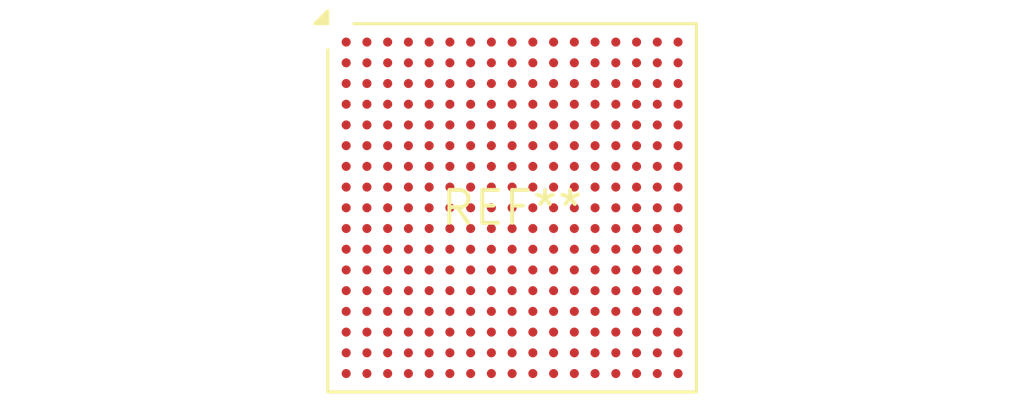
<source format=kicad_pcb>
(kicad_pcb (version 20240108) (generator pcbnew)
  (layers (0 "F.Cu" signal) (31 "B.Cu" signal) (34 "B.Paste" user) (35 "F.Paste" user) (36 "B.SilkS" user "B.Silkscreen") (37 "F.SilkS" user "F.Silkscreen") (38 "B.Mask" user) (39 "F.Mask" user) (44 "Edge.Cuts" user))
  (net 0 "")
  (footprint "MAPBGA_14x14mm_Layout17x17_P0.8mm" (layer "F.Cu") (at 0 0)
    (property "Reference" "REF**")
    (property "Value" "MAPBGA_14x14mm_Layout17x17_P0.8mm")
    (fp_line (start -7.11 7.11) (end -7.11 -6.11) (layer "F.SilkS") (stroke (width 0.12)))
    (fp_line (start -6.11 -7.11) (end 7.11 -7.11) (layer "F.SilkS") (stroke (width 0.12)))
    (fp_line (start 7.11 -7.11) (end 7.11 7.11) (layer "F.SilkS") (stroke (width 0.12)))
    (fp_line (start 7.11 7.11) (end -7.11 7.11) (layer "F.SilkS") (stroke (width 0.12)))
    (fp_poly (pts (xy -7.11 -7.11) (xy -7.61 -7.11) (xy -7.11 -7.61) (xy -7.11 -7.11)) (layer "F.SilkS") (stroke (width 0.12)) (fill solid))
    (pad "A1" smd circle (at -6.4 -6.4) (size 0.35 0.35) (property pad_prop_bga) (layers "F.Cu" "F.Paste" "F.Mask"))
    (pad "A2" smd circle (at -5.6 -6.4) (size 0.35 0.35) (property pad_prop_bga) (layers "F.Cu" "F.Paste" "F.Mask"))
    (pad "A3" smd circle (at -4.8 -6.4) (size 0.35 0.35) (property pad_prop_bga) (layers "F.Cu" "F.Paste" "F.Mask"))
    (pad "A4" smd circle (at -4 -6.4) (size 0.35 0.35) (property pad_prop_bga) (layers "F.Cu" "F.Paste" "F.Mask"))
    (pad "A5" smd circle (at -3.2 -6.4) (size 0.35 0.35) (property pad_prop_bga) (layers "F.Cu" "F.Paste" "F.Mask"))
    (pad "A6" smd circle (at -2.4 -6.4) (size 0.35 0.35) (property pad_prop_bga) (layers "F.Cu" "F.Paste" "F.Mask"))
    (pad "A7" smd circle (at -1.6 -6.4) (size 0.35 0.35) (property pad_prop_bga) (layers "F.Cu" "F.Paste" "F.Mask"))
    (pad "A8" smd circle (at -0.8 -6.4) (size 0.35 0.35) (property pad_prop_bga) (layers "F.Cu" "F.Paste" "F.Mask"))
    (pad "A9" smd circle (at 0 -6.4) (size 0.35 0.35) (property pad_prop_bga) (layers "F.Cu" "F.Paste" "F.Mask"))
    (pad "A10" smd circle (at 0.8 -6.4) (size 0.35 0.35) (property pad_prop_bga) (layers "F.Cu" "F.Paste" "F.Mask"))
    (pad "A11" smd circle (at 1.6 -6.4) (size 0.35 0.35) (property pad_prop_bga) (layers "F.Cu" "F.Paste" "F.Mask"))
    (pad "A12" smd circle (at 2.4 -6.4) (size 0.35 0.35) (property pad_prop_bga) (layers "F.Cu" "F.Paste" "F.Mask"))
    (pad "A13" smd circle (at 3.2 -6.4) (size 0.35 0.35) (property pad_prop_bga) (layers "F.Cu" "F.Paste" "F.Mask"))
    (pad "A14" smd circle (at 4 -6.4) (size 0.35 0.35) (property pad_prop_bga) (layers "F.Cu" "F.Paste" "F.Mask"))
    (pad "A15" smd circle (at 4.8 -6.4) (size 0.35 0.35) (property pad_prop_bga) (layers "F.Cu" "F.Paste" "F.Mask"))
    (pad "A16" smd circle (at 5.6 -6.4) (size 0.35 0.35) (property pad_prop_bga) (layers "F.Cu" "F.Paste" "F.Mask"))
    (pad "A17" smd circle (at 6.4 -6.4) (size 0.35 0.35) (property pad_prop_bga) (layers "F.Cu" "F.Paste" "F.Mask"))
    (pad "B1" smd circle (at -6.4 -5.6) (size 0.35 0.35) (property pad_prop_bga) (layers "F.Cu" "F.Paste" "F.Mask"))
    (pad "B2" smd circle (at -5.6 -5.6) (size 0.35 0.35) (property pad_prop_bga) (layers "F.Cu" "F.Paste" "F.Mask"))
    (pad "B3" smd circle (at -4.8 -5.6) (size 0.35 0.35) (property pad_prop_bga) (layers "F.Cu" "F.Paste" "F.Mask"))
    (pad "B4" smd circle (at -4 -5.6) (size 0.35 0.35) (property pad_prop_bga) (layers "F.Cu" "F.Paste" "F.Mask"))
    (pad "B5" smd circle (at -3.2 -5.6) (size 0.35 0.35) (property pad_prop_bga) (layers "F.Cu" "F.Paste" "F.Mask"))
    (pad "B6" smd circle (at -2.4 -5.6) (size 0.35 0.35) (property pad_prop_bga) (layers "F.Cu" "F.Paste" "F.Mask"))
    (pad "B7" smd circle (at -1.6 -5.6) (size 0.35 0.35) (property pad_prop_bga) (layers "F.Cu" "F.Paste" "F.Mask"))
    (pad "B8" smd circle (at -0.8 -5.6) (size 0.35 0.35) (property pad_prop_bga) (layers "F.Cu" "F.Paste" "F.Mask"))
    (pad "B9" smd circle (at 0 -5.6) (size 0.35 0.35) (property pad_prop_bga) (layers "F.Cu" "F.Paste" "F.Mask"))
    (pad "B10" smd circle (at 0.8 -5.6) (size 0.35 0.35) (property pad_prop_bga) (layers "F.Cu" "F.Paste" "F.Mask"))
    (pad "B11" smd circle (at 1.6 -5.6) (size 0.35 0.35) (property pad_prop_bga) (layers "F.Cu" "F.Paste" "F.Mask"))
    (pad "B12" smd circle (at 2.4 -5.6) (size 0.35 0.35) (property pad_prop_bga) (layers "F.Cu" "F.Paste" "F.Mask"))
    (pad "B13" smd circle (at 3.2 -5.6) (size 0.35 0.35) (property pad_prop_bga) (layers "F.Cu" "F.Paste" "F.Mask"))
    (pad "B14" smd circle (at 4 -5.6) (size 0.35 0.35) (property pad_prop_bga) (layers "F.Cu" "F.Paste" "F.Mask"))
    (pad "B15" smd circle (at 4.8 -5.6) (size 0.35 0.35) (property pad_prop_bga) (layers "F.Cu" "F.Paste" "F.Mask"))
    (pad "B16" smd circle (at 5.6 -5.6) (size 0.35 0.35) (property pad_prop_bga) (layers "F.Cu" "F.Paste" "F.Mask"))
    (pad "B17" smd circle (at 6.4 -5.6) (size 0.35 0.35) (property pad_prop_bga) (layers "F.Cu" "F.Paste" "F.Mask"))
    (pad "C1" smd circle (at -6.4 -4.8) (size 0.35 0.35) (property pad_prop_bga) (layers "F.Cu" "F.Paste" "F.Mask"))
    (pad "C2" smd circle (at -5.6 -4.8) (size 0.35 0.35) (property pad_prop_bga) (layers "F.Cu" "F.Paste" "F.Mask"))
    (pad "C3" smd circle (at -4.8 -4.8) (size 0.35 0.35) (property pad_prop_bga) (layers "F.Cu" "F.Paste" "F.Mask"))
    (pad "C4" smd circle (at -4 -4.8) (size 0.35 0.35) (property pad_prop_bga) (layers "F.Cu" "F.Paste" "F.Mask"))
    (pad "C5" smd circle (at -3.2 -4.8) (size 0.35 0.35) (property pad_prop_bga) (layers "F.Cu" "F.Paste" "F.Mask"))
    (pad "C6" smd circle (at -2.4 -4.8) (size 0.35 0.35) (property pad_prop_bga) (layers "F.Cu" "F.Paste" "F.Mask"))
    (pad "C7" smd circle (at -1.6 -4.8) (size 0.35 0.35) (property pad_prop_bga) (layers "F.Cu" "F.Paste" "F.Mask"))
    (pad "C8" smd circle (at -0.8 -4.8) (size 0.35 0.35) (property pad_prop_bga) (layers "F.Cu" "F.Paste" "F.Mask"))
    (pad "C9" smd circle (at 0 -4.8) (size 0.35 0.35) (property pad_prop_bga) (layers "F.Cu" "F.Paste" "F.Mask"))
    (pad "C10" smd circle (at 0.8 -4.8) (size 0.35 0.35) (property pad_prop_bga) (layers "F.Cu" "F.Paste" "F.Mask"))
    (pad "C11" smd circle (at 1.6 -4.8) (size 0.35 0.35) (property pad_prop_bga) (layers "F.Cu" "F.Paste" "F.Mask"))
    (pad "C12" smd circle (at 2.4 -4.8) (size 0.35 0.35) (property pad_prop_bga) (layers "F.Cu" "F.Paste" "F.Mask"))
    (pad "C13" smd circle (at 3.2 -4.8) (size 0.35 0.35) (property pad_prop_bga) (layers "F.Cu" "F.Paste" "F.Mask"))
    (pad "C14" smd circle (at 4 -4.8) (size 0.35 0.35) (property pad_prop_bga) (layers "F.Cu" "F.Paste" "F.Mask"))
    (pad "C15" smd circle (at 4.8 -4.8) (size 0.35 0.35) (property pad_prop_bga) (layers "F.Cu" "F.Paste" "F.Mask"))
    (pad "C16" smd circle (at 5.6 -4.8) (size 0.35 0.35) (property pad_prop_bga) (layers "F.Cu" "F.Paste" "F.Mask"))
    (pad "C17" smd circle (at 6.4 -4.8) (size 0.35 0.35) (property pad_prop_bga) (layers "F.Cu" "F.Paste" "F.Mask"))
    (pad "D1" smd circle (at -6.4 -4) (size 0.35 0.35) (property pad_prop_bga) (layers "F.Cu" "F.Paste" "F.Mask"))
    (pad "D2" smd circle (at -5.6 -4) (size 0.35 0.35) (property pad_prop_bga) (layers "F.Cu" "F.Paste" "F.Mask"))
    (pad "D3" smd circle (at -4.8 -4) (size 0.35 0.35) (property pad_prop_bga) (layers "F.Cu" "F.Paste" "F.Mask"))
    (pad "D4" smd circle (at -4 -4) (size 0.35 0.35) (property pad_prop_bga) (layers "F.Cu" "F.Paste" "F.Mask"))
    (pad "D5" smd circle (at -3.2 -4) (size 0.35 0.35) (property pad_prop_bga) (layers "F.Cu" "F.Paste" "F.Mask"))
    (pad "D6" smd circle (at -2.4 -4) (size 0.35 0.35) (property pad_prop_bga) (layers "F.Cu" "F.Paste" "F.Mask"))
    (pad "D7" smd circle (at -1.6 -4) (size 0.35 0.35) (property pad_prop_bga) (layers "F.Cu" "F.Paste" "F.Mask"))
    (pad "D8" smd circle (at -0.8 -4) (size 0.35 0.35) (property pad_prop_bga) (layers "F.Cu" "F.Paste" "F.Mask"))
    (pad "D9" smd circle (at 0 -4) (size 0.35 0.35) (property pad_prop_bga) (layers "F.Cu" "F.Paste" "F.Mask"))
    (pad "D10" smd circle (at 0.8 -4) (size 0.35 0.35) (property pad_prop_bga) (layers "F.Cu" "F.Paste" "F.Mask"))
    (pad "D11" smd circle (at 1.6 -4) (size 0.35 0.35) (property pad_prop_bga) (layers "F.Cu" "F.Paste" "F.Mask"))
    (pad "D12" smd circle (at 2.4 -4) (size 0.35 0.35) (property pad_prop_bga) (layers "F.Cu" "F.Paste" "F.Mask"))
    (pad "D13" smd circle (at 3.2 -4) (size 0.35 0.35) (property pad_prop_bga) (layers "F.Cu" "F.Paste" "F.Mask"))
    (pad "D14" smd circle (at 4 -4) (size 0.35 0.35) (property pad_prop_bga) (layers "F.Cu" "F.Paste" "F.Mask"))
    (pad "D15" smd circle (at 4.8 -4) (size 0.35 0.35) (property pad_prop_bga) (layers "F.Cu" "F.Paste" "F.Mask"))
    (pad "D16" smd circle (at 5.6 -4) (size 0.35 0.35) (property pad_prop_bga) (layers "F.Cu" "F.Paste" "F.Mask"))
    (pad "D17" smd circle (at 6.4 -4) (size 0.35 0.35) (property pad_prop_bga) (layers "F.Cu" "F.Paste" "F.Mask"))
    (pad "E1" smd circle (at -6.4 -3.2) (size 0.35 0.35) (property pad_prop_bga) (layers "F.Cu" "F.Paste" "F.Mask"))
    (pad "E2" smd circle (at -5.6 -3.2) (size 0.35 0.35) (property pad_prop_bga) (layers "F.Cu" "F.Paste" "F.Mask"))
    (pad "E3" smd circle (at -4.8 -3.2) (size 0.35 0.35) (property pad_prop_bga) (layers "F.Cu" "F.Paste" "F.Mask"))
    (pad "E4" smd circle (at -4 -3.2) (size 0.35 0.35) (property pad_prop_bga) (layers "F.Cu" "F.Paste" "F.Mask"))
    (pad "E5" smd circle (at -3.2 -3.2) (size 0.35 0.35) (property pad_prop_bga) (layers "F.Cu" "F.Paste" "F.Mask"))
    (pad "E6" smd circle (at -2.4 -3.2) (size 0.35 0.35) (property pad_prop_bga) (layers "F.Cu" "F.Paste" "F.Mask"))
    (pad "E7" smd circle (at -1.6 -3.2) (size 0.35 0.35) (property pad_prop_bga) (layers "F.Cu" "F.Paste" "F.Mask"))
    (pad "E8" smd circle (at -0.8 -3.2) (size 0.35 0.35) (property pad_prop_bga) (layers "F.Cu" "F.Paste" "F.Mask"))
    (pad "E9" smd circle (at 0 -3.2) (size 0.35 0.35) (property pad_prop_bga) (layers "F.Cu" "F.Paste" "F.Mask"))
    (pad "E10" smd circle (at 0.8 -3.2) (size 0.35 0.35) (property pad_prop_bga) (layers "F.Cu" "F.Paste" "F.Mask"))
    (pad "E11" smd circle (at 1.6 -3.2) (size 0.35 0.35) (property pad_prop_bga) (layers "F.Cu" "F.Paste" "F.Mask"))
    (pad "E12" smd circle (at 2.4 -3.2) (size 0.35 0.35) (property pad_prop_bga) (layers "F.Cu" "F.Paste" "F.Mask"))
    (pad "E13" smd circle (at 3.2 -3.2) (size 0.35 0.35) (property pad_prop_bga) (layers "F.Cu" "F.Paste" "F.Mask"))
    (pad "E14" smd circle (at 4 -3.2) (size 0.35 0.35) (property pad_prop_bga) (layers "F.Cu" "F.Paste" "F.Mask"))
    (pad "E15" smd circle (at 4.8 -3.2) (size 0.35 0.35) (property pad_prop_bga) (layers "F.Cu" "F.Paste" "F.Mask"))
    (pad "E16" smd circle (at 5.6 -3.2) (size 0.35 0.35) (property pad_prop_bga) (layers "F.Cu" "F.Paste" "F.Mask"))
    (pad "E17" smd circle (at 6.4 -3.2) (size 0.35 0.35) (property pad_prop_bga) (layers "F.Cu" "F.Paste" "F.Mask"))
    (pad "F1" smd circle (at -6.4 -2.4) (size 0.35 0.35) (property pad_prop_bga) (layers "F.Cu" "F.Paste" "F.Mask"))
    (pad "F2" smd circle (at -5.6 -2.4) (size 0.35 0.35) (property pad_prop_bga) (layers "F.Cu" "F.Paste" "F.Mask"))
    (pad "F3" smd circle (at -4.8 -2.4) (size 0.35 0.35) (property pad_prop_bga) (layers "F.Cu" "F.Paste" "F.Mask"))
    (pad "F4" smd circle (at -4 -2.4) (size 0.35 0.35) (property pad_prop_bga) (layers "F.Cu" "F.Paste" "F.Mask"))
    (pad "F5" smd circle (at -3.2 -2.4) (size 0.35 0.35) (property pad_prop_bga) (layers "F.Cu" "F.Paste" "F.Mask"))
    (pad "F6" smd circle (at -2.4 -2.4) (size 0.35 0.35) (property pad_prop_bga) (layers "F.Cu" "F.Paste" "F.Mask"))
    (pad "F7" smd circle (at -1.6 -2.4) (size 0.35 0.35) (property pad_prop_bga) (layers "F.Cu" "F.Paste" "F.Mask"))
    (pad "F8" smd circle (at -0.8 -2.4) (size 0.35 0.35) (property pad_prop_bga) (layers "F.Cu" "F.Paste" "F.Mask"))
    (pad "F9" smd circle (at 0 -2.4) (size 0.35 0.35) (property pad_prop_bga) (layers "F.Cu" "F.Paste" "F.Mask"))
    (pad "F10" smd circle (at 0.8 -2.4) (size 0.35 0.35) (property pad_prop_bga) (layers "F.Cu" "F.Paste" "F.Mask"))
    (pad "F11" smd circle (at 1.6 -2.4) (size 0.35 0.35) (property pad_prop_bga) (layers "F.Cu" "F.Paste" "F.Mask"))
    (pad "F12" smd circle (at 2.4 -2.4) (size 0.35 0.35) (property pad_prop_bga) (layers "F.Cu" "F.Paste" "F.Mask"))
    (pad "F13" smd circle (at 3.2 -2.4) (size 0.35 0.35) (property pad_prop_bga) (layers "F.Cu" "F.Paste" "F.Mask"))
    (pad "F14" smd circle (at 4 -2.4) (size 0.35 0.35) (property pad_prop_bga) (layers "F.Cu" "F.Paste" "F.Mask"))
    (pad "F15" smd circle (at 4.8 -2.4) (size 0.35 0.35) (property pad_prop_bga) (layers "F.Cu" "F.Paste" "F.Mask"))
    (pad "F16" smd circle (at 5.6 -2.4) (size 0.35 0.35) (property pad_prop_bga) (layers "F.Cu" "F.Paste" "F.Mask"))
    (pad "F17" smd circle (at 6.4 -2.4) (size 0.35 0.35) (property pad_prop_bga) (layers "F.Cu" "F.Paste" "F.Mask"))
    (pad "G1" smd circle (at -6.4 -1.6) (size 0.35 0.35) (property pad_prop_bga) (layers "F.Cu" "F.Paste" "F.Mask"))
    (pad "G2" smd circle (at -5.6 -1.6) (size 0.35 0.35) (property pad_prop_bga) (layers "F.Cu" "F.Paste" "F.Mask"))
    (pad "G3" smd circle (at -4.8 -1.6) (size 0.35 0.35) (property pad_prop_bga) (layers "F.Cu" "F.Paste" "F.Mask"))
    (pad "G4" smd circle (at -4 -1.6) (size 0.35 0.35) (property pad_prop_bga) (layers "F.Cu" "F.Paste" "F.Mask"))
    (pad "G5" smd circle (at -3.2 -1.6) (size 0.35 0.35) (property pad_prop_bga) (layers "F.Cu" "F.Paste" "F.Mask"))
    (pad "G6" smd circle (at -2.4 -1.6) (size 0.35 0.35) (property pad_prop_bga) (layers "F.Cu" "F.Paste" "F.Mask"))
    (pad "G7" smd circle (at -1.6 -1.6) (size 0.35 0.35) (property pad_prop_bga) (layers "F.Cu" "F.Paste" "F.Mask"))
    (pad "G8" smd circle (at -0.8 -1.6) (size 0.35 0.35) (property pad_prop_bga) (layers "F.Cu" "F.Paste" "F.Mask"))
    (pad "G9" smd circle (at 0 -1.6) (size 0.35 0.35) (property pad_prop_bga) (layers "F.Cu" "F.Paste" "F.Mask"))
    (pad "G10" smd circle (at 0.8 -1.6) (size 0.35 0.35) (property pad_prop_bga) (layers "F.Cu" "F.Paste" "F.Mask"))
    (pad "G11" smd circle (at 1.6 -1.6) (size 0.35 0.35) (property pad_prop_bga) (layers "F.Cu" "F.Paste" "F.Mask"))
    (pad "G12" smd circle (at 2.4 -1.6) (size 0.35 0.35) (property pad_prop_bga) (layers "F.Cu" "F.Paste" "F.Mask"))
    (pad "G13" smd circle (at 3.2 -1.6) (size 0.35 0.35) (property pad_prop_bga) (layers "F.Cu" "F.Paste" "F.Mask"))
    (pad "G14" smd circle (at 4 -1.6) (size 0.35 0.35) (property pad_prop_bga) (layers "F.Cu" "F.Paste" "F.Mask"))
    (pad "G15" smd circle (at 4.8 -1.6) (size 0.35 0.35) (property pad_prop_bga) (layers "F.Cu" "F.Paste" "F.Mask"))
    (pad "G16" smd circle (at 5.6 -1.6) (size 0.35 0.35) (property pad_prop_bga) (layers "F.Cu" "F.Paste" "F.Mask"))
    (pad "G17" smd circle (at 6.4 -1.6) (size 0.35 0.35) (property pad_prop_bga) (layers "F.Cu" "F.Paste" "F.Mask"))
    (pad "H1" smd circle (at -6.4 -0.8) (size 0.35 0.35) (property pad_prop_bga) (layers "F.Cu" "F.Paste" "F.Mask"))
    (pad "H2" smd circle (at -5.6 -0.8) (size 0.35 0.35) (property pad_prop_bga) (layers "F.Cu" "F.Paste" "F.Mask"))
    (pad "H3" smd circle (at -4.8 -0.8) (size 0.35 0.35) (property pad_prop_bga) (layers "F.Cu" "F.Paste" "F.Mask"))
    (pad "H4" smd circle (at -4 -0.8) (size 0.35 0.35) (property pad_prop_bga) (layers "F.Cu" "F.Paste" "F.Mask"))
    (pad "H5" smd circle (at -3.2 -0.8) (size 0.35 0.35) (property pad_prop_bga) (layers "F.Cu" "F.Paste" "F.Mask"))
    (pad "H6" smd circle (at -2.4 -0.8) (size 0.35 0.35) (property pad_prop_bga) (layers "F.Cu" "F.Paste" "F.Mask"))
    (pad "H7" smd circle (at -1.6 -0.8) (size 0.35 0.35) (property pad_prop_bga) (layers "F.Cu" "F.Paste" "F.Mask"))
    (pad "H8" smd circle (at -0.8 -0.8) (size 0.35 0.35) (property pad_prop_bga) (layers "F.Cu" "F.Paste" "F.Mask"))
    (pad "H9" smd circle (at 0 -0.8) (size 0.35 0.35) (property pad_prop_bga) (layers "F.Cu" "F.Paste" "F.Mask"))
    (pad "H10" smd circle (at 0.8 -0.8) (size 0.35 0.35) (property pad_prop_bga) (layers "F.Cu" "F.Paste" "F.Mask"))
    (pad "H11" smd circle (at 1.6 -0.8) (size 0.35 0.35) (property pad_prop_bga) (layers "F.Cu" "F.Paste" "F.Mask"))
    (pad "H12" smd circle (at 2.4 -0.8) (size 0.35 0.35) (property pad_prop_bga) (layers "F.Cu" "F.Paste" "F.Mask"))
    (pad "H13" smd circle (at 3.2 -0.8) (size 0.35 0.35) (property pad_prop_bga) (layers "F.Cu" "F.Paste" "F.Mask"))
    (pad "H14" smd circle (at 4 -0.8) (size 0.35 0.35) (property pad_prop_bga) (layers "F.Cu" "F.Paste" "F.Mask"))
    (pad "H15" smd circle (at 4.8 -0.8) (size 0.35 0.35) (property pad_prop_bga) (layers "F.Cu" "F.Paste" "F.Mask"))
    (pad "H16" smd circle (at 5.6 -0.8) (size 0.35 0.35) (property pad_prop_bga) (layers "F.Cu" "F.Paste" "F.Mask"))
    (pad "H17" smd circle (at 6.4 -0.8) (size 0.35 0.35) (property pad_prop_bga) (layers "F.Cu" "F.Paste" "F.Mask"))
    (pad "J1" smd circle (at -6.4 0) (size 0.35 0.35) (property pad_prop_bga) (layers "F.Cu" "F.Paste" "F.Mask"))
    (pad "J2" smd circle (at -5.6 0) (size 0.35 0.35) (property pad_prop_bga) (layers "F.Cu" "F.Paste" "F.Mask"))
    (pad "J3" smd circle (at -4.8 0) (size 0.35 0.35) (property pad_prop_bga) (layers "F.Cu" "F.Paste" "F.Mask"))
    (pad "J4" smd circle (at -4 0) (size 0.35 0.35) (property pad_prop_bga) (layers "F.Cu" "F.Paste" "F.Mask"))
    (pad "J5" smd circle (at -3.2 0) (size 0.35 0.35) (property pad_prop_bga) (layers "F.Cu" "F.Paste" "F.Mask"))
    (pad "J6" smd circle (at -2.4 0) (size 0.35 0.35) (property pad_prop_bga) (layers "F.Cu" "F.Paste" "F.Mask"))
    (pad "J7" smd circle (at -1.6 0) (size 0.35 0.35) (property pad_prop_bga) (layers "F.Cu" "F.Paste" "F.Mask"))
    (pad "J8" smd circle (at -0.8 0) (size 0.35 0.35) (property pad_prop_bga) (layers "F.Cu" "F.Paste" "F.Mask"))
    (pad "J9" smd circle (at 0 0) (size 0.35 0.35) (property pad_prop_bga) (layers "F.Cu" "F.Paste" "F.Mask"))
    (pad "J10" smd circle (at 0.8 0) (size 0.35 0.35) (property pad_prop_bga) (layers "F.Cu" "F.Paste" "F.Mask"))
    (pad "J11" smd circle (at 1.6 0) (size 0.35 0.35) (property pad_prop_bga) (layers "F.Cu" "F.Paste" "F.Mask"))
    (pad "J12" smd circle (at 2.4 0) (size 0.35 0.35) (property pad_prop_bga) (layers "F.Cu" "F.Paste" "F.Mask"))
    (pad "J13" smd circle (at 3.2 0) (size 0.35 0.35) (property pad_prop_bga) (layers "F.Cu" "F.Paste" "F.Mask"))
    (pad "J14" smd circle (at 4 0) (size 0.35 0.35) (property pad_prop_bga) (layers "F.Cu" "F.Paste" "F.Mask"))
    (pad "J15" smd circle (at 4.8 0) (size 0.35 0.35) (property pad_prop_bga) (layers "F.Cu" "F.Paste" "F.Mask"))
    (pad "J16" smd circle (at 5.6 0) (size 0.35 0.35) (property pad_prop_bga) (layers "F.Cu" "F.Paste" "F.Mask"))
    (pad "J17" smd circle (at 6.4 0) (size 0.35 0.35) (property pad_prop_bga) (layers "F.Cu" "F.Paste" "F.Mask"))
    (pad "K1" smd circle (at -6.4 0.8) (size 0.35 0.35) (property pad_prop_bga) (layers "F.Cu" "F.Paste" "F.Mask"))
    (pad "K2" smd circle (at -5.6 0.8) (size 0.35 0.35) (property pad_prop_bga) (layers "F.Cu" "F.Paste" "F.Mask"))
    (pad "K3" smd circle (at -4.8 0.8) (size 0.35 0.35) (property pad_prop_bga) (layers "F.Cu" "F.Paste" "F.Mask"))
    (pad "K4" smd circle (at -4 0.8) (size 0.35 0.35) (property pad_prop_bga) (layers "F.Cu" "F.Paste" "F.Mask"))
    (pad "K5" smd circle (at -3.2 0.8) (size 0.35 0.35) (property pad_prop_bga) (layers "F.Cu" "F.Paste" "F.Mask"))
    (pad "K6" smd circle (at -2.4 0.8) (size 0.35 0.35) (property pad_prop_bga) (layers "F.Cu" "F.Paste" "F.Mask"))
    (pad "K7" smd circle (at -1.6 0.8) (size 0.35 0.35) (property pad_prop_bga) (layers "F.Cu" "F.Paste" "F.Mask"))
    (pad "K8" smd circle (at -0.8 0.8) (size 0.35 0.35) (property pad_prop_bga) (layers "F.Cu" "F.Paste" "F.Mask"))
    (pad "K9" smd circle (at 0 0.8) (size 0.35 0.35) (property pad_prop_bga) (layers "F.Cu" "F.Paste" "F.Mask"))
    (pad "K10" smd circle (at 0.8 0.8) (size 0.35 0.35) (property pad_prop_bga) (layers "F.Cu" "F.Paste" "F.Mask"))
    (pad "K11" smd circle (at 1.6 0.8) (size 0.35 0.35) (property pad_prop_bga) (layers "F.Cu" "F.Paste" "F.Mask"))
    (pad "K12" smd circle (at 2.4 0.8) (size 0.35 0.35) (property pad_prop_bga) (layers "F.Cu" "F.Paste" "F.Mask"))
    (pad "K13" smd circle (at 3.2 0.8) (size 0.35 0.35) (property pad_prop_bga) (layers "F.Cu" "F.Paste" "F.Mask"))
    (pad "K14" smd circle (at 4 0.8) (size 0.35 0.35) (property pad_prop_bga) (layers "F.Cu" "F.Paste" "F.Mask"))
    (pad "K15" smd circle (at 4.8 0.8) (size 0.35 0.35) (property pad_prop_bga) (layers "F.Cu" "F.Paste" "F.Mask"))
    (pad "K16" smd circle (at 5.6 0.8) (size 0.35 0.35) (property pad_prop_bga) (layers "F.Cu" "F.Paste" "F.Mask"))
    (pad "K17" smd circle (at 6.4 0.8) (size 0.35 0.35) (property pad_prop_bga) (layers "F.Cu" "F.Paste" "F.Mask"))
    (pad "L1" smd circle (at -6.4 1.6) (size 0.35 0.35) (property pad_prop_bga) (layers "F.Cu" "F.Paste" "F.Mask"))
    (pad "L2" smd circle (at -5.6 1.6) (size 0.35 0.35) (property pad_prop_bga) (layers "F.Cu" "F.Paste" "F.Mask"))
    (pad "L3" smd circle (at -4.8 1.6) (size 0.35 0.35) (property pad_prop_bga) (layers "F.Cu" "F.Paste" "F.Mask"))
    (pad "L4" smd circle (at -4 1.6) (size 0.35 0.35) (property pad_prop_bga) (layers "F.Cu" "F.Paste" "F.Mask"))
    (pad "L5" smd circle (at -3.2 1.6) (size 0.35 0.35) (property pad_prop_bga) (layers "F.Cu" "F.Paste" "F.Mask"))
    (pad "L6" smd circle (at -2.4 1.6) (size 0.35 0.35) (property pad_prop_bga) (layers "F.Cu" "F.Paste" "F.Mask"))
    (pad "L7" smd circle (at -1.6 1.6) (size 0.35 0.35) (property pad_prop_bga) (layers "F.Cu" "F.Paste" "F.Mask"))
    (pad "L8" smd circle (at -0.8 1.6) (size 0.35 0.35) (property pad_prop_bga) (layers "F.Cu" "F.Paste" "F.Mask"))
    (pad "L9" smd circle (at 0 1.6) (size 0.35 0.35) (property pad_prop_bga) (layers "F.Cu" "F.Paste" "F.Mask"))
    (pad "L10" smd circle (at 0.8 1.6) (size 0.35 0.35) (property pad_prop_bga) (layers "F.Cu" "F.Paste" "F.Mask"))
    (pad "L11" smd circle (at 1.6 1.6) (size 0.35 0.35) (property pad_prop_bga) (layers "F.Cu" "F.Paste" "F.Mask"))
    (pad "L12" smd circle (at 2.4 1.6) (size 0.35 0.35) (property pad_prop_bga) (layers "F.Cu" "F.Paste" "F.Mask"))
    (pad "L13" smd circle (at 3.2 1.6) (size 0.35 0.35) (property pad_prop_bga) (layers "F.Cu" "F.Paste" "F.Mask"))
    (pad "L14" smd circle (at 4 1.6) (size 0.35 0.35) (property pad_prop_bga) (layers "F.Cu" "F.Paste" "F.Mask"))
    (pad "L15" smd circle (at 4.8 1.6) (size 0.35 0.35) (property pad_prop_bga) (layers "F.Cu" "F.Paste" "F.Mask"))
    (pad "L16" smd circle (at 5.6 1.6) (size 0.35 0.35) (property pad_prop_bga) (layers "F.Cu" "F.Paste" "F.Mask"))
    (pad "L17" smd circle (at 6.4 1.6) (size 0.35 0.35) (property pad_prop_bga) (layers "F.Cu" "F.Paste" "F.Mask"))
    (pad "M1" smd circle (at -6.4 2.4) (size 0.35 0.35) (property pad_prop_bga) (layers "F.Cu" "F.Paste" "F.Mask"))
    (pad "M2" smd circle (at -5.6 2.4) (size 0.35 0.35) (property pad_prop_bga) (layers "F.Cu" "F.Paste" "F.Mask"))
    (pad "M3" smd circle (at -4.8 2.4) (size 0.35 0.35) (property pad_prop_bga) (layers "F.Cu" "F.Paste" "F.Mask"))
    (pad "M4" smd circle (at -4 2.4) (size 0.35 0.35) (property pad_prop_bga) (layers "F.Cu" "F.Paste" "F.Mask"))
    (pad "M5" smd circle (at -3.2 2.4) (size 0.35 0.35) (property pad_prop_bga) (layers "F.Cu" "F.Paste" "F.Mask"))
    (pad "M6" smd circle (at -2.4 2.4) (size 0.35 0.35) (property pad_prop_bga) (layers "F.Cu" "F.Paste" "F.Mask"))
    (pad "M7" smd circle (at -1.6 2.4) (size 0.35 0.35) (property pad_prop_bga) (layers "F.Cu" "F.Paste" "F.Mask"))
    (pad "M8" smd circle (at -0.8 2.4) (size 0.35 0.35) (property pad_prop_bga) (layers "F.Cu" "F.Paste" "F.Mask"))
    (pad "M9" smd circle (at 0 2.4) (size 0.35 0.35) (property pad_prop_bga) (layers "F.Cu" "F.Paste" "F.Mask"))
    (pad "M10" smd circle (at 0.8 2.4) (size 0.35 0.35) (property pad_prop_bga) (layers "F.Cu" "F.Paste" "F.Mask"))
    (pad "M11" smd circle (at 1.6 2.4) (size 0.35 0.35) (property pad_prop_bga) (layers "F.Cu" "F.Paste" "F.Mask"))
    (pad "M12" smd circle (at 2.4 2.4) (size 0.35 0.35) (property pad_prop_bga) (layers "F.Cu" "F.Paste" "F.Mask"))
    (pad "M13" smd circle (at 3.2 2.4) (size 0.35 0.35) (property pad_prop_bga) (layers "F.Cu" "F.Paste" "F.Mask"))
    (pad "M14" smd circle (at 4 2.4) (size 0.35 0.35) (property pad_prop_bga) (layers "F.Cu" "F.Paste" "F.Mask"))
    (pad "M15" smd circle (at 4.8 2.4) (size 0.35 0.35) (property pad_prop_bga) (layers "F.Cu" "F.Paste" "F.Mask"))
    (pad "M16" smd circle (at 5.6 2.4) (size 0.35 0.35) (property pad_prop_bga) (layers "F.Cu" "F.Paste" "F.Mask"))
    (pad "M17" smd circle (at 6.4 2.4) (size 0.35 0.35) (property pad_prop_bga) (layers "F.Cu" "F.Paste" "F.Mask"))
    (pad "N1" smd circle (at -6.4 3.2) (size 0.35 0.35) (property pad_prop_bga) (layers "F.Cu" "F.Paste" "F.Mask"))
    (pad "N2" smd circle (at -5.6 3.2) (size 0.35 0.35) (property pad_prop_bga) (layers "F.Cu" "F.Paste" "F.Mask"))
    (pad "N3" smd circle (at -4.8 3.2) (size 0.35 0.35) (property pad_prop_bga) (layers "F.Cu" "F.Paste" "F.Mask"))
    (pad "N4" smd circle (at -4 3.2) (size 0.35 0.35) (property pad_prop_bga) (layers "F.Cu" "F.Paste" "F.Mask"))
    (pad "N5" smd circle (at -3.2 3.2) (size 0.35 0.35) (property pad_prop_bga) (layers "F.Cu" "F.Paste" "F.Mask"))
    (pad "N6" smd circle (at -2.4 3.2) (size 0.35 0.35) (property pad_prop_bga) (layers "F.Cu" "F.Paste" "F.Mask"))
    (pad "N7" smd circle (at -1.6 3.2) (size 0.35 0.35) (property pad_prop_bga) (layers "F.Cu" "F.Paste" "F.Mask"))
    (pad "N8" smd circle (at -0.8 3.2) (size 0.35 0.35) (property pad_prop_bga) (layers "F.Cu" "F.Paste" "F.Mask"))
    (pad "N9" smd circle (at 0 3.2) (size 0.35 0.35) (property pad_prop_bga) (layers "F.Cu" "F.Paste" "F.Mask"))
    (pad "N10" smd circle (at 0.8 3.2) (size 0.35 0.35) (property pad_prop_bga) (layers "F.Cu" "F.Paste" "F.Mask"))
    (pad "N11" smd circle (at 1.6 3.2) (size 0.35 0.35) (property pad_prop_bga) (layers "F.Cu" "F.Paste" "F.Mask"))
    (pad "N12" smd circle (at 2.4 3.2) (size 0.35 0.35) (property pad_prop_bga) (layers "F.Cu" "F.Paste" "F.Mask"))
    (pad "N13" smd circle (at 3.2 3.2) (size 0.35 0.35) (property pad_prop_bga) (layers "F.Cu" "F.Paste" "F.Mask"))
    (pad "N14" smd circle (at 4 3.2) (size 0.35 0.35) (property pad_prop_bga) (layers "F.Cu" "F.Paste" "F.Mask"))
    (pad "N15" smd circle (at 4.8 3.2) (size 0.35 0.35) (property pad_prop_bga) (layers "F.Cu" "F.Paste" "F.Mask"))
    (pad "N16" smd circle (at 5.6 3.2) (size 0.35 0.35) (property pad_prop_bga) (layers "F.Cu" "F.Paste" "F.Mask"))
    (pad "N17" smd circle (at 6.4 3.2) (size 0.35 0.35) (property pad_prop_bga) (layers "F.Cu" "F.Paste" "F.Mask"))
    (pad "P1" smd circle (at -6.4 4) (size 0.35 0.35) (property pad_prop_bga) (layers "F.Cu" "F.Paste" "F.Mask"))
    (pad "P2" smd circle (at -5.6 4) (size 0.35 0.35) (property pad_prop_bga) (layers "F.Cu" "F.Paste" "F.Mask"))
    (pad "P3" smd circle (at -4.8 4) (size 0.35 0.35) (property pad_prop_bga) (layers "F.Cu" "F.Paste" "F.Mask"))
    (pad "P4" smd circle (at -4 4) (size 0.35 0.35) (property pad_prop_bga) (layers "F.Cu" "F.Paste" "F.Mask"))
    (pad "P5" smd circle (at -3.2 4) (size 0.35 0.35) (property pad_prop_bga) (layers "F.Cu" "F.Paste" "F.Mask"))
    (pad "P6" smd circle (at -2.4 4) (size 0.35 0.35) (property pad_prop_bga) (layers "F.Cu" "F.Paste" "F.Mask"))
    (pad "P7" smd circle (at -1.6 4) (size 0.35 0.35) (property pad_prop_bga) (layers "F.Cu" "F.Paste" "F.Mask"))
    (pad "P8" smd circle (at -0.8 4) (size 0.35 0.35) (property pad_prop_bga) (layers "F.Cu" "F.Paste" "F.Mask"))
    (pad "P9" smd circle (at 0 4) (size 0.35 0.35) (property pad_prop_bga) (layers "F.Cu" "F.Paste" "F.Mask"))
    (pad "P10" smd circle (at 0.8 4) (size 0.35 0.35) (property pad_prop_bga) (layers "F.Cu" "F.Paste" "F.Mask"))
    (pad "P11" smd circle (at 1.6 4) (size 0.35 0.35) (property pad_prop_bga) (layers "F.Cu" "F.Paste" "F.Mask"))
    (pad "P12" smd circle (at 2.4 4) (size 0.35 0.35) (property pad_prop_bga) (layers "F.Cu" "F.Paste" "F.Mask"))
    (pad "P13" smd circle (at 3.2 4) (size 0.35 0.35) (property pad_prop_bga) (layers "F.Cu" "F.Paste" "F.Mask"))
    (pad "P14" smd circle (at 4 4) (size 0.35 0.35) (property pad_prop_bga) (layers "F.Cu" "F.Paste" "F.Mask"))
    (pad "P15" smd circle (at 4.8 4) (size 0.35 0.35) (property pad_prop_bga) (layers "F.Cu" "F.Paste" "F.Mask"))
    (pad "P16" smd circle (at 5.6 4) (size 0.35 0.35) (property pad_prop_bga) (layers "F.Cu" "F.Paste" "F.Mask"))
    (pad "P17" smd circle (at 6.4 4) (size 0.35 0.35) (property pad_prop_bga) (layers "F.Cu" "F.Paste" "F.Mask"))
    (pad "R1" smd circle (at -6.4 4.8) (size 0.35 0.35) (property pad_prop_bga) (layers "F.Cu" "F.Paste" "F.Mask"))
    (pad "R2" smd circle (at -5.6 4.8) (size 0.35 0.35) (property pad_prop_bga) (layers "F.Cu" "F.Paste" "F.Mask"))
    (pad "R3" smd circle (at -4.8 4.8) (size 0.35 0.35) (property pad_prop_bga) (layers "F.Cu" "F.Paste" "F.Mask"))
    (pad "R4" smd circle (at -4 4.8) (size 0.35 0.35) (property pad_prop_bga) (layers "F.Cu" "F.Paste" "F.Mask"))
    (pad "R5" smd circle (at -3.2 4.8) (size 0.35 0.35) (property pad_prop_bga) (layers "F.Cu" "F.Paste" "F.Mask"))
    (pad "R6" smd circle (at -2.4 4.8) (size 0.35 0.35) (property pad_prop_bga) (layers "F.Cu" "F.Paste" "F.Mask"))
    (pad "R7" smd circle (at -1.6 4.8) (size 0.35 0.35) (property pad_prop_bga) (layers "F.Cu" "F.Paste" "F.Mask"))
    (pad "R8" smd circle (at -0.8 4.8) (size 0.35 0.35) (property pad_prop_bga) (layers "F.Cu" "F.Paste" "F.Mask"))
    (pad "R9" smd circle (at 0 4.8) (size 0.35 0.35) (property pad_prop_bga) (layers "F.Cu" "F.Paste" "F.Mask"))
    (pad "R10" smd circle (at 0.8 4.8) (size 0.35 0.35) (property pad_prop_bga) (layers "F.Cu" "F.Paste" "F.Mask"))
    (pad "R11" smd circle (at 1.6 4.8) (size 0.35 0.35) (property pad_prop_bga) (layers "F.Cu" "F.Paste" "F.Mask"))
    (pad "R12" smd circle (at 2.4 4.8) (size 0.35 0.35) (property pad_prop_bga) (layers "F.Cu" "F.Paste" "F.Mask"))
    (pad "R13" smd circle (at 3.2 4.8) (size 0.35 0.35) (property pad_prop_bga) (layers "F.Cu" "F.Paste" "F.Mask"))
    (pad "R14" smd circle (at 4 4.8) (size 0.35 0.35) (property pad_prop_bga) (layers "F.Cu" "F.Paste" "F.Mask"))
    (pad "R15" smd circle (at 4.8 4.8) (size 0.35 0.35) (property pad_prop_bga) (layers "F.Cu" "F.Paste" "F.Mask"))
    (pad "R16" smd circle (at 5.6 4.8) (size 0.35 0.35) (property pad_prop_bga) (layers "F.Cu" "F.Paste" "F.Mask"))
    (pad "R17" smd circle (at 6.4 4.8) (size 0.35 0.35) (property pad_prop_bga) (layers "F.Cu" "F.Paste" "F.Mask"))
    (pad "T1" smd circle (at -6.4 5.6) (size 0.35 0.35) (property pad_prop_bga) (layers "F.Cu" "F.Paste" "F.Mask"))
    (pad "T2" smd circle (at -5.6 5.6) (size 0.35 0.35) (property pad_prop_bga) (layers "F.Cu" "F.Paste" "F.Mask"))
    (pad "T3" smd circle (at -4.8 5.6) (size 0.35 0.35) (property pad_prop_bga) (layers "F.Cu" "F.Paste" "F.Mask"))
    (pad "T4" smd circle (at -4 5.6) (size 0.35 0.35) (property pad_prop_bga) (layers "F.Cu" "F.Paste" "F.Mask"))
    (pad "T5" smd circle (at -3.2 5.6) (size 0.35 0.35) (property pad_prop_bga) (layers "F.Cu" "F.Paste" "F.Mask"))
    (pad "T6" smd circle (at -2.4 5.6) (size 0.35 0.35) (property pad_prop_bga) (layers "F.Cu" "F.Paste" "F.Mask"))
    (pad "T7" smd circle (at -1.6 5.6) (size 0.35 0.35) (property pad_prop_bga) (layers "F.Cu" "F.Paste" "F.Mask"))
    (pad "T8" smd circle (at -0.8 5.6) (size 0.35 0.35) (property pad_prop_bga) (layers "F.Cu" "F.Paste" "F.Mask"))
    (pad "T9" smd circle (at 0 5.6) (size 0.35 0.35) (property pad_prop_bga) (layers "F.Cu" "F.Paste" "F.Mask"))
    (pad "T10" smd circle (at 0.8 5.6) (size 0.35 0.35) (property pad_prop_bga) (layers "F.Cu" "F.Paste" "F.Mask"))
    (pad "T11" smd circle (at 1.6 5.6) (size 0.35 0.35) (property pad_prop_bga) (layers "F.Cu" "F.Paste" "F.Mask"))
    (pad "T12" smd circle (at 2.4 5.6) (size 0.35 0.35) (property pad_prop_bga) (layers "F.Cu" "F.Paste" "F.Mask"))
    (pad "T13" smd circle (at 3.2 5.6) (size 0.35 0.35) (property pad_prop_bga) (layers "F.Cu" "F.Paste" "F.Mask"))
    (pad "T14" smd circle (at 4 5.6) (size 0.35 0.35) (property pad_prop_bga) (layers "F.Cu" "F.Paste" "F.Mask"))
    (pad "T15" smd circle (at 4.8 5.6) (size 0.35 0.35) (property pad_prop_bga) (layers "F.Cu" "F.Paste" "F.Mask"))
    (pad "T16" smd circle (at 5.6 5.6) (size 0.35 0.35) (property pad_prop_bga) (layers "F.Cu" "F.Paste" "F.Mask"))
    (pad "T17" smd circle (at 6.4 5.6) (size 0.35 0.35) (property pad_prop_bga) (layers "F.Cu" "F.Paste" "F.Mask"))
    (pad "U1" smd circle (at -6.4 6.4) (size 0.35 0.35) (property pad_prop_bga) (layers "F.Cu" "F.Paste" "F.Mask"))
    (pad "U2" smd circle (at -5.6 6.4) (size 0.35 0.35) (property pad_prop_bga) (layers "F.Cu" "F.Paste" "F.Mask"))
    (pad "U3" smd circle (at -4.8 6.4) (size 0.35 0.35) (property pad_prop_bga) (layers "F.Cu" "F.Paste" "F.Mask"))
    (pad "U4" smd circle (at -4 6.4) (size 0.35 0.35) (property pad_prop_bga) (layers "F.Cu" "F.Paste" "F.Mask"))
    (pad "U5" smd circle (at -3.2 6.4) (size 0.35 0.35) (property pad_prop_bga) (layers "F.Cu" "F.Paste" "F.Mask"))
    (pad "U6" smd circle (at -2.4 6.4) (size 0.35 0.35) (property pad_prop_bga) (layers "F.Cu" "F.Paste" "F.Mask"))
    (pad "U7" smd circle (at -1.6 6.4) (size 0.35 0.35) (property pad_prop_bga) (layers "F.Cu" "F.Paste" "F.Mask"))
    (pad "U8" smd circle (at -0.8 6.4) (size 0.35 0.35) (property pad_prop_bga) (layers "F.Cu" "F.Paste" "F.Mask"))
    (pad "U9" smd circle (at 0 6.4) (size 0.35 0.35) (property pad_prop_bga) (layers "F.Cu" "F.Paste" "F.Mask"))
    (pad "U10" smd circle (at 0.8 6.4) (size 0.35 0.35) (property pad_prop_bga) (layers "F.Cu" "F.Paste" "F.Mask"))
    (pad "U11" smd circle (at 1.6 6.4) (size 0.35 0.35) (property pad_prop_bga) (layers "F.Cu" "F.Paste" "F.Mask"))
    (pad "U12" smd circle (at 2.4 6.4) (size 0.35 0.35) (property pad_prop_bga) (layers "F.Cu" "F.Paste" "F.Mask"))
    (pad "U13" smd circle (at 3.2 6.4) (size 0.35 0.35) (property pad_prop_bga) (layers "F.Cu" "F.Paste" "F.Mask"))
    (pad "U14" smd circle (at 4 6.4) (size 0.35 0.35) (property pad_prop_bga) (layers "F.Cu" "F.Paste" "F.Mask"))
    (pad "U15" smd circle (at 4.8 6.4) (size 0.35 0.35) (property pad_prop_bga) (layers "F.Cu" "F.Paste" "F.Mask"))
    (pad "U16" smd circle (at 5.6 6.4) (size 0.35 0.35) (property pad_prop_bga) (layers "F.Cu" "F.Paste" "F.Mask"))
    (pad "U17" smd circle (at 6.4 6.4) (size 0.35 0.35) (property pad_prop_bga) (layers "F.Cu" "F.Paste" "F.Mask"))
  )
)
</source>
